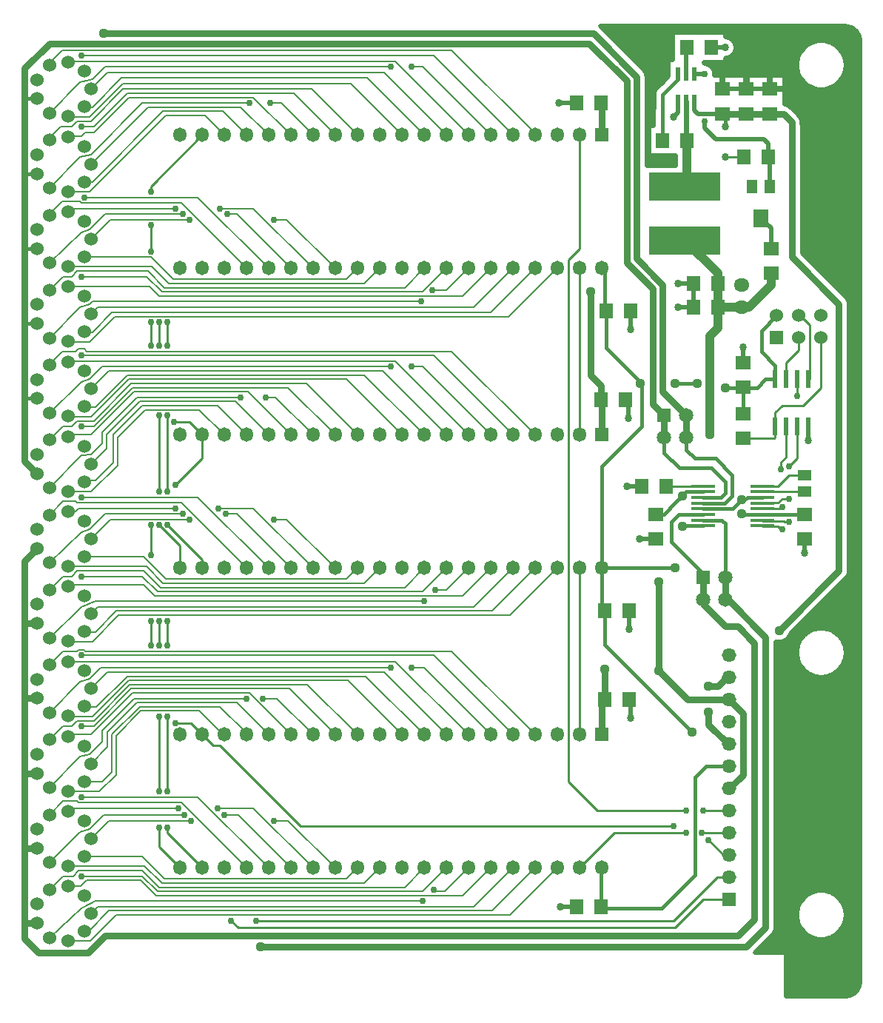
<source format=gbr>
G04 DipTrace 3.1.0.1*
G04 Panal-PCB-rev2-route-component2.Top.gbr*
%MOIN*%
G04 #@! TF.FileFunction,Copper,L1,Top*
G04 #@! TF.Part,Single*
G04 #@! TA.AperFunction,ViaPad*
%ADD14C,0.03*%
G04 #@! TA.AperFunction,CopperBalancing*
%ADD15C,0.02*%
G04 #@! TA.AperFunction,Conductor*
%ADD16C,0.016*%
%ADD17C,0.015748*%
%ADD18C,0.01*%
%ADD20C,0.022*%
%ADD21C,0.04*%
%ADD22C,0.008*%
%ADD23C,0.018*%
G04 #@! TA.AperFunction,CopperBalancing*
%ADD24C,0.025984*%
%ADD27R,0.062992X0.070866*%
%ADD28R,0.070866X0.062992*%
%ADD29R,0.059055X0.051181*%
G04 #@! TA.AperFunction,ComponentPad*
%ADD30R,0.06X0.06*%
%ADD31C,0.06*%
%ADD32O,0.065X0.06*%
%ADD33C,0.065*%
%ADD34R,0.059055X0.059055*%
%ADD35O,0.07X0.06*%
%ADD36R,0.322835X0.125984*%
%ADD38R,0.047244X0.059055*%
%ADD39R,0.066929X0.07874*%
G04 #@! TA.AperFunction,ComponentPad*
%ADD40O,0.06X0.065*%
%ADD42R,0.023622X0.062992*%
%ADD43R,0.110236X0.015748*%
%ADD44R,0.023622X0.07874*%
G04 #@! TA.AperFunction,ViaPad*
%ADD48C,0.034*%
%ADD49C,0.044*%
%FSLAX26Y26*%
G04*
G70*
G90*
G75*
G01*
G04 Top*
%LPD*%
X3614790Y1559396D2*
D14*
X3608538D1*
X3521039Y1646895D1*
Y1703146D1*
Y1821896D2*
X3564790D1*
X3602290Y1859396D1*
X3614790D1*
X3796039Y4399160D2*
X3689790D1*
X3583541D1*
D15*
X3475026D1*
X3458343Y4415844D1*
Y4453147D1*
X3596039Y4696896D2*
X3533541D1*
X3596039Y4340646D2*
D16*
Y4399160D1*
X3583541D1*
X3839790Y2071896D2*
D14*
X4107703Y2339810D1*
Y3541484D1*
X3896041Y3753147D1*
Y4359396D1*
X3858541Y4396896D1*
X3798303D1*
X3796039Y4399160D1*
X3614790Y1459396D2*
D16*
X3508541D1*
X3458541Y1409396D1*
Y971896D1*
X3308541Y821896D1*
X3043776D1*
X3037526Y828146D1*
Y1000882D1*
X3039790Y1003146D1*
X3060803Y3509396D2*
X3052290D1*
Y3690647D1*
X3039790Y3703147D1*
X3060803Y3509396D2*
Y3344633D1*
X3221039Y3184396D1*
Y2990646D1*
X3039790Y2809396D1*
Y2353146D1*
Y2174160D1*
X3054554Y2159396D1*
Y2007131D1*
X3446039Y1615646D1*
X3952290Y2594633D2*
X3827563D1*
D17*
Y2593944D1*
X3763756D1*
X3700638D1*
D16*
X3673992D1*
X3671039Y2596896D1*
X3677290Y3046896D2*
Y3167911D1*
X3821039Y3203244D2*
X3777388D1*
X3739790Y3165646D1*
X3679555D1*
X3677290Y3167911D1*
X3214790Y3184396D2*
X3221039D1*
X3371039D2*
X3471041D1*
X3596039Y3165646D2*
X3675025D1*
X3677290Y3167911D1*
X3821039Y3203244D2*
Y3265648D1*
X3758541Y3328147D1*
Y3421896D1*
X3827290Y3490646D1*
X3039790Y2353146D2*
X3371039D1*
Y2353147D1*
X3921039Y3128147D2*
D18*
Y3203244D1*
X3927290Y3490646D2*
X3933541D1*
X3977290Y3446896D1*
Y3203244D1*
X3971039D1*
X3677290Y2936660D2*
X3817054D1*
X3821039Y2940646D1*
Y2990646D1*
X4027290Y3390646D2*
Y3165647D1*
X3946039Y3084396D1*
X3852290D1*
X3821039Y3053146D1*
Y2990646D1*
X3871039Y3203244D2*
Y3278146D1*
X3927290Y3334396D1*
Y3390646D1*
X3763756Y2721896D2*
X3833541D1*
X3883541Y2771896D1*
X3952290D1*
X1139790Y1003146D2*
X1046039Y1096896D1*
Y1184396D1*
Y1346896D2*
Y1684394D1*
X1046037Y1684396D1*
Y2003146D2*
Y2115646D1*
X1046038D1*
X1139790Y2353146D2*
Y2453146D1*
X1046039Y2546896D1*
X1046041Y2696896D2*
Y3040647D1*
X1046042Y3353147D2*
Y3459396D1*
X1046041D1*
X3614790Y859396D2*
X3496039D1*
X3371039Y734396D1*
X1402289D1*
X1371039Y765646D1*
X2939790Y2953146D2*
Y3703147D1*
Y1603146D2*
Y2353146D1*
X3614790Y1159396D2*
X3489790D1*
X3421039D2*
X3096041D1*
X2939790Y1003146D1*
Y4303147D2*
Y3790646D1*
X2889790Y3740646D1*
Y1390646D1*
X3021039Y1259396D1*
X3421039D1*
X3496039D2*
X3614790D1*
X1483541Y765647D2*
X3364791D1*
X3558541Y959396D1*
X3614790D1*
X1239790Y1003146D2*
X1083541Y1159395D1*
Y1184396D1*
X1083542Y1346896D2*
Y1684396D1*
X1083539D1*
Y2003146D2*
Y2115646D1*
Y3459396D2*
Y3353147D1*
Y3040647D2*
Y2696896D1*
X1239790Y2353146D2*
Y2390646D1*
X1083539Y2546896D1*
X3496039Y2619534D2*
D16*
X3631178D1*
X3671041Y2659396D1*
X3683539D1*
X3696039Y2671896D1*
X3762575D1*
X3763756Y2670715D1*
X3171039Y1678147D2*
D15*
Y1753147D1*
X3164790Y1759396D1*
X2927290Y828146D2*
X2852290D1*
X3164790Y2159396D2*
Y2078147D1*
X3158541Y3028147D2*
Y3096895D1*
X3146039Y3109396D1*
X3171041Y3428147D2*
Y3509395D1*
X3171039Y3509396D1*
X2846039Y4446896D2*
X2927290D1*
X3796039Y4509396D2*
D18*
Y4578147D1*
Y4509396D2*
D15*
X3689790D1*
X3583541D1*
X3383539Y4453147D2*
Y4403146D1*
X3364790Y4384396D1*
X3596041Y4203147D2*
D18*
X3679554D1*
X3452290Y3528147D2*
D15*
Y3634396D1*
X3383541D2*
X3452290D1*
X3383541Y3528147D2*
X3452290D1*
X3221039Y2721896D2*
X3152290D1*
X3952290Y2484396D2*
Y2421896D1*
X3971039Y2928147D2*
Y2990646D1*
X3677290Y3278147D2*
Y3346896D1*
X3283541Y2484396D2*
X3208539D1*
X3689790Y4509396D2*
D14*
Y4578147D1*
X3763756Y2696306D2*
D18*
X3951503D1*
X3952290Y2697093D1*
X3852290Y2628147D2*
X3846039Y2621896D1*
X3766118D1*
X3763756Y2619534D1*
X3852290Y2528147D2*
X3846039D1*
X3833541Y2540646D1*
X3765361D1*
X3763362Y2542644D1*
X3871039Y2990646D2*
Y2853147D1*
X3846039Y2828147D1*
Y2796896D1*
X3883541Y2665646D2*
X3852290D1*
X3833541Y2646896D1*
X3765528D1*
X3763756Y2645125D1*
X3883541Y2559396D2*
X3864790D1*
X3858541Y2565646D1*
X3766385D1*
X3763756Y2568274D1*
X3921039Y2990646D2*
Y2846896D1*
X3883539Y2809396D1*
X3802289Y3790647D2*
D15*
Y3883408D1*
X3756669Y3929028D1*
X3614790Y1059396D2*
D18*
X3589791D1*
X3521041Y1128147D1*
X3364790Y1190646D2*
X1683541D1*
X1321039Y1553147D1*
X1289789D1*
X1239790Y1603146D1*
X1189789Y1653147D1*
X1121041D1*
X1008541Y2003147D2*
Y2115646D1*
X1008539D1*
X1008541Y2409396D2*
Y2546896D1*
X1121039Y2728146D2*
X1239790Y2846896D1*
Y2953146D1*
X1183539Y3009396D1*
X1114790D1*
X1008541Y3353146D2*
Y3459396D1*
X1008539D1*
Y3778146D2*
Y3896896D1*
Y4046896D2*
Y4071896D1*
X1239790Y4303147D1*
X3420941Y4453147D2*
D20*
Y4282232D1*
X3425026Y4278147D1*
D21*
Y4117909D1*
X3414790Y4107673D1*
Y4071896D1*
X3420941Y4579131D2*
D15*
Y4694533D1*
X3423304Y4696896D1*
X1339790Y1603146D2*
D22*
X1333541D1*
X1227290Y1709396D1*
X964790D1*
X852290Y1596896D1*
Y1421896D1*
X777290Y1346896D1*
X637790D1*
X635790Y1348896D1*
X1439790Y1603146D2*
Y1609396D1*
X1321039Y1728147D1*
X958541D1*
X833541Y1603147D1*
Y1434396D1*
X789790Y1390646D1*
X711041D1*
X709790Y1391896D1*
X1539790Y1603146D2*
X1396039Y1746896D1*
X946039D1*
X814790Y1615647D1*
Y1546896D1*
X739790Y1471896D1*
X1639790Y1603146D2*
X1452290Y1790646D1*
X927289D1*
X739790Y1603147D1*
X644041D1*
X635790Y1594896D1*
X1739790Y1603146D2*
X1577289Y1765647D1*
X1514790D1*
X1439790Y1765646D2*
X933539D1*
X789790Y1621896D1*
Y1571895D1*
X733542Y1515647D1*
X691041Y1503147D1*
X551790Y1363896D1*
X1839790Y1603146D2*
X1633539Y1809396D1*
X921041D1*
X752290Y1640646D1*
X696039D1*
X1939790Y1603146D2*
X1714789Y1828147D1*
X914791D1*
X752290Y1665646D1*
X677290D1*
X652290Y1640646D1*
X612539D1*
X551790Y1579896D1*
X1939790Y1003146D2*
X1889791Y953147D1*
X1071039D1*
X971039Y1053147D1*
X711039D1*
X709790Y1054396D1*
X1839790Y1003146D2*
X1627290Y1215646D1*
X1564790D1*
X1189790D2*
X821039D1*
X739790Y1134396D1*
X1739790Y1003146D2*
X1471039Y1271896D1*
X1308539D1*
X1133541D2*
X650290D1*
X635790Y1257396D1*
X1639790Y1003146D2*
X1402290Y1240646D1*
X1339790D1*
X1158541D2*
X796039D1*
X733541Y1178147D1*
X691041Y1165646D1*
X551790Y1026396D1*
X1539790Y1003146D2*
X1221039Y1321896D1*
X696039D1*
X1439790Y1003146D2*
X1146039Y1296896D1*
X683541D1*
X677290Y1303147D1*
X612541D1*
X551790Y1242396D1*
X635790Y1011396D2*
X981541D1*
X1058541Y934396D1*
X1971041D1*
X2039790Y1003146D1*
X635790Y673896D2*
X735541D1*
X852290Y790646D1*
X2627290D1*
X2839790Y1003146D1*
X709790Y716896D2*
X728539D1*
X821039Y809396D1*
X2546041D1*
X2739790Y1003146D1*
X2639790D2*
X2464791Y828147D1*
X771041D1*
X739790Y796896D1*
X635790Y919896D2*
X694039D1*
X721039Y946896D1*
X964790D1*
X1033539Y878147D1*
X2414791D1*
X2539790Y1003146D1*
X2439790D2*
X2333541Y896896D1*
X2289791D1*
X2283541Y903147D1*
X2233541Y853147D2*
X758542D1*
X696039Y821896D1*
X551790Y688896D1*
X696039Y965646D2*
X971041D1*
X1039790Y896896D1*
X2233541D1*
X2339790Y1003146D1*
X551790Y904896D2*
X554041D1*
X614790Y965646D1*
X658539D1*
X683541Y990647D1*
X971038D1*
X1046039Y915646D1*
X2152290D1*
X2239790Y1003146D1*
X2139790Y4303147D2*
X1908541Y4534396D1*
X883541D1*
X733541Y4384396D1*
X637790D1*
X635790Y4386396D1*
X2239790Y4303147D2*
X1983541Y4559396D1*
X877289D1*
X746039Y4428147D1*
X711039D1*
X709790Y4429396D1*
X2339790Y4303147D2*
X2058541Y4584396D1*
X814790D1*
X739790Y4509396D1*
X2439790Y4303147D2*
X2108541Y4634396D1*
X637790D1*
X635790Y4632396D1*
X2539790Y4303147D2*
X2233541Y4609396D1*
X2183541D1*
X2089790D2*
X802289D1*
X746038Y4553146D1*
X691039Y4540646D1*
X551790Y4401396D1*
X2639790Y4303147D2*
X2283541Y4659396D1*
X696039D1*
X2739790Y4303147D2*
Y4309396D1*
X2364790Y4684396D1*
X608541D1*
X552290Y4628146D1*
Y4617896D1*
X551790Y4617396D1*
X1339790Y4303147D2*
X1252291Y4390646D1*
X1077289D1*
X733539Y4046896D1*
X637790D1*
X635790Y4048896D1*
X1439790Y4303147D2*
X1333541Y4409396D1*
X1064790D1*
X746039Y4090646D1*
X711041D1*
X709790Y4091896D1*
X1539790Y4303147D2*
X1414790Y4428147D1*
X996041D1*
X739790Y4171896D1*
X1639790Y4303147D2*
X1471041Y4471896D1*
X908541D1*
X752290Y4315646D1*
X714789D1*
X696039Y4296896D1*
X637790D1*
X635790Y4294896D1*
X1739790Y4303147D2*
X1596041Y4446896D1*
X1546041D1*
X1452290D2*
X971041D1*
X739791Y4215647D1*
X691041Y4203147D1*
X551790Y4063896D1*
X1839790Y4303147D2*
X1652291Y4490646D1*
X902290D1*
X752290Y4340646D1*
X696039D1*
X1939790Y4303147D2*
X1733541Y4509396D1*
X883541D1*
X739790Y4365646D1*
X677290D1*
X652290Y4340646D1*
X602289D1*
X551790Y4290147D1*
Y4279896D1*
X1939790Y3703147D2*
X1889790Y3653147D1*
X1108541D1*
X1008541Y3753147D1*
X711039D1*
X709790Y3754396D1*
X1839790Y3703147D2*
X1621041Y3921896D1*
X1564790D1*
X1183541D2*
X827290D1*
X739790Y3834396D1*
X1739790Y3703147D2*
X1471041Y3971896D1*
X1321041D1*
X1121039D2*
X650290D1*
X635790Y3957396D1*
X1639790Y3703147D2*
X1396042Y3946895D1*
X1352290D1*
X1152290D2*
X802287D1*
X733538Y3878146D1*
X696039Y3865646D1*
X551790Y3726396D1*
X1539790Y3703147D2*
X1221041Y4021896D1*
X746041D1*
X708541D1*
X1439790Y3703147D2*
X1146041Y3996896D1*
X696041D1*
X689790Y4003147D1*
X608541D1*
X551790Y3946396D1*
Y3942396D1*
X2039790Y3703147D2*
X1971039Y3634396D1*
X1089790D1*
X1014790Y3709396D1*
X637790D1*
X635790Y3711396D1*
X2839790Y3703147D2*
X2621039Y3484396D1*
X846041D1*
X733541Y3371896D1*
X637790D1*
X635790Y3373896D1*
X2739790Y3703147D2*
X2539790Y3503147D1*
X833542D1*
X746041Y3415646D1*
X711041D1*
X709790Y3416896D1*
X2639790Y3703147D2*
X2464790Y3528147D1*
X771041D1*
X739790Y3496896D1*
X2539790Y3703147D2*
X2414789Y3578146D1*
X1046041D1*
X1002290Y3621896D1*
X637790D1*
X635790Y3619896D1*
X2439790Y3703147D2*
X2339790Y3603147D1*
X2277290D1*
X2227290Y3553147D2*
X746042D1*
X733542Y3540647D1*
X691041Y3528147D1*
X551790Y3388896D1*
X2339790Y3703147D2*
X2233539Y3596896D1*
X1058539D1*
X989789Y3665647D1*
X696039D1*
X2239790Y3703147D2*
X2152290Y3615647D1*
X1071039D1*
X996041Y3690646D1*
X677290D1*
X652290Y3665646D1*
X612539D1*
X551790Y3604896D1*
X2139790Y2953146D2*
X1889789Y3203147D1*
X908541D1*
X739790Y3034396D1*
X637790D1*
X635790Y3036396D1*
X2239790Y2953146D2*
X1971039Y3221896D1*
X902289D1*
X758539Y3078147D1*
X711039D1*
X709790Y3079396D1*
X2339790Y2953146D2*
X2052290Y3240646D1*
X821039D1*
X739790Y3159396D1*
X2439790Y2953146D2*
X2108539Y3284396D1*
X637790D1*
X635790Y3282396D1*
X2539790Y2953146D2*
X2233539Y3259396D1*
X2183539D1*
X2089790D2*
X789790D1*
X733539Y3203146D1*
X696039Y3190646D1*
X551790Y3051396D1*
X696039Y3309396D2*
X2283539D1*
X2639790Y2953146D1*
X2739790D2*
X2364789Y3328147D1*
X721039D1*
X708541Y3340646D1*
X683538D1*
X671039Y3328147D1*
X608541D1*
X551790Y3271396D1*
Y3267396D1*
X1339790Y2953146D2*
X1227290Y3065646D1*
X983539D1*
X858541Y2940647D1*
Y2815647D1*
X739790Y2696896D1*
X637790D1*
X635790Y2698896D1*
X1439790Y2953146D2*
X1308539Y3084396D1*
X971041D1*
X839790Y2953146D1*
Y2828146D1*
X758541Y2746896D1*
X714790D1*
X709790Y2741896D1*
X1539790Y2953146D2*
X1389789Y3103147D1*
X958541D1*
X808541Y2953147D1*
Y2890647D1*
X739790Y2821896D1*
X1639790Y2953146D2*
X1446039Y3146896D1*
X933539D1*
X739790Y2953147D1*
X644041D1*
X635790Y2944896D1*
X1739790Y2953146D2*
X1571039Y3121896D1*
X1527290D1*
X1414790D2*
X946039D1*
X789790Y2965647D1*
Y2915646D1*
X739790Y2865646D1*
X696041Y2859396D1*
X551790Y2713896D1*
X1839790Y2953146D2*
X1627290Y3165646D1*
X927289D1*
X752290Y2990647D1*
X696039D1*
X1939790Y2953146D2*
X1708539Y3184396D1*
X921039D1*
X752290Y3015647D1*
X677290D1*
X652290Y2990647D1*
X612541D1*
X551790Y2929896D1*
X1939790Y2353146D2*
X1889791Y2303147D1*
X1077290D1*
X977290Y2403147D1*
X711039D1*
X709790Y2404396D1*
X1839790Y2353146D2*
X1621039Y2571896D1*
X1564790D1*
X1183539D2*
X827290D1*
X739790Y2484396D1*
X635790Y2607396D2*
X669041D1*
X683541Y2621896D1*
X1121039D1*
X1314790D2*
X1471039D1*
X1739790Y2353146D1*
X1639790D2*
X1396039Y2596896D1*
X1346041D1*
X1152290D2*
X802290D1*
X733541Y2528147D1*
X696039Y2515647D1*
X551790Y2376396D1*
X696041Y2671896D2*
X1221039D1*
X1539790Y2353146D1*
X551790Y2592396D2*
X554039D1*
X614790Y2653147D1*
X671039D1*
X677290Y2646896D1*
X1146039D1*
X1439790Y2353146D1*
X2039790D2*
X1971041Y2284396D1*
X1064790D1*
X989790Y2359396D1*
X637790D1*
X635790Y2361396D1*
X2839790Y2353146D2*
X2627290Y2140646D1*
X864789D1*
X746039Y2021896D1*
X637790D1*
X635790Y2023896D1*
X2739790Y2353146D2*
X2546041Y2159396D1*
X852291D1*
X758541Y2065646D1*
X711041D1*
X709790Y2066896D1*
X2639790Y2353146D2*
X2464791Y2178147D1*
X771041D1*
X739790Y2146896D1*
X2539790Y2353146D2*
X2414791Y2228147D1*
X1027290D1*
X977290Y2278147D1*
X644041D1*
X635790Y2269896D1*
X2439790Y2353146D2*
X2339791Y2253147D1*
X2289790D1*
X2239790Y2203146D2*
X758538D1*
X696039Y2178147D1*
X551790Y2038896D1*
X2339790Y2353146D2*
X2233541Y2246896D1*
X1039789D1*
X971039Y2315646D1*
X696039D1*
X2239790Y2353146D2*
X2152290Y2265646D1*
X1052290D1*
X977290Y2340646D1*
X677290D1*
X652290Y2315646D1*
X612539D1*
X551790Y2254896D1*
X2139790Y1603146D2*
X1896039Y1846896D1*
X908539D1*
X746039Y1684396D1*
X637790D1*
X635790Y1686396D1*
X2239790Y1603146D2*
X1977290Y1865646D1*
X902289D1*
X764790Y1728147D1*
X711039D1*
X709790Y1729396D1*
X2339790Y1603146D2*
X2058539Y1884396D1*
X814790D1*
X739790Y1809396D1*
X635790Y1932396D2*
X2110539D1*
X2439790Y1603146D1*
X2539790D2*
X2239790Y1903146D1*
X2183541D1*
X2089790Y1903147D2*
X783541D1*
X733541Y1853147D1*
X691041Y1840646D1*
X551790Y1701396D1*
X2639790Y1603146D2*
X2283539Y1959396D1*
X696039D1*
X2739790Y1603146D2*
X2364789Y1978147D1*
X714790D1*
X708541Y1984396D1*
X683539D1*
X677290Y1978147D1*
X612541D1*
X551790Y1917396D1*
X3383539Y4579131D2*
D23*
Y4553146D1*
X3314790Y4484396D1*
Y4278147D1*
X3796039Y4071547D2*
D15*
Y4196898D1*
X3789790Y4203147D1*
X3502290Y4578147D2*
X3459327D1*
X3458343Y4579131D1*
X3502290Y4365646D2*
Y4334396D1*
X3552290Y4284396D1*
X3771039D1*
X3789790Y4265646D1*
Y4203147D1*
X3321039Y2940646D2*
D14*
Y3040646D1*
X3271039Y3090646D1*
Y3609398D1*
X3152290Y3728147D1*
Y4546896D1*
X2983541Y4715646D1*
X552290D1*
X439790Y4603146D1*
Y4466396D1*
Y4128896D1*
Y3791396D1*
Y3453896D1*
Y3116396D1*
Y2835896D1*
X496790Y2778896D1*
Y3453896D2*
D23*
X439790D1*
X496790Y3791396D2*
X439790D1*
X496790Y4128896D2*
X439790D1*
X496790Y4466396D2*
X439790D1*
X496790Y3116396D2*
X439790D1*
X3496039Y2670715D2*
D17*
X3560157D1*
D23*
X3576109D1*
X3596039Y2690646D1*
Y2740648D1*
X3533541Y2803147D1*
X3389789D1*
X3321039Y2871896D1*
Y2940646D1*
X3421039D2*
D14*
Y3040646D1*
X3314790Y3146895D1*
Y3628147D1*
X3196039Y3746898D1*
Y4565647D1*
X3002290Y4759396D1*
X796041D1*
X3496039Y2645125D2*
D17*
X3560157D1*
D23*
X3594268D1*
X3627290Y2678147D1*
Y2771896D1*
X3552290Y2846896D1*
X3458539D1*
X3421039Y2884396D1*
Y2940646D1*
X3496039Y2593944D2*
D17*
X3386837D1*
D23*
X3352290Y2559396D1*
Y2471896D1*
X3496039Y2328147D1*
Y2309396D1*
D14*
Y2209396D1*
Y2190646D1*
X3596039Y2090646D1*
X3652291D1*
X3727290Y2015647D1*
Y771896D1*
X3652290Y696896D1*
X802290D1*
X727290Y621896D1*
X502289D1*
X439790Y684395D1*
Y753896D1*
Y1091396D1*
Y1428896D1*
Y1766396D1*
Y2103896D1*
Y2384396D1*
X496790Y2441396D1*
Y2103896D2*
X439790D1*
X496790Y1766396D2*
X439790D1*
X496790Y1428896D2*
X439790D1*
X496790Y1091396D2*
X439790D1*
X496790Y753896D2*
X439790D1*
X3496047Y2568353D2*
D17*
X3560165D1*
D23*
X3580833D1*
X3596039Y2553147D1*
Y2309396D1*
D14*
Y2209396D1*
X3608541D1*
X3777290Y2040647D1*
Y734395D1*
X3689791Y646896D1*
X1502290D1*
X3496039Y2721896D2*
D18*
X3331276D1*
X3283541Y2594633D2*
D23*
X3318777D1*
X3374165Y2650021D1*
X3420450Y2696306D1*
X3431331D1*
D17*
X3496039D1*
X3402290Y2678147D2*
D23*
X3374165Y2650021D1*
X3496039Y2542762D2*
D17*
X3431921D1*
D23*
X3404407D1*
X3402290Y2540646D1*
X3414790Y3827802D2*
D21*
Y3803146D1*
X3562526Y3634396D2*
Y3528147D1*
X3671039D2*
X3562526D1*
X3527290Y2953146D2*
Y3396896D1*
X3564790Y3434396D1*
Y3525883D1*
X3562526Y3528147D1*
X3671039D2*
X3702290D1*
X3802289Y3628146D1*
Y3680411D1*
X3562526Y3634396D2*
Y3680066D1*
X3414790Y3827802D1*
X3046039Y1596896D2*
D23*
X3039790Y1603146D1*
D14*
Y1744633D1*
X3054554Y1759396D1*
X3614790Y1359396D2*
X3677290Y1421896D1*
Y1696896D1*
X3614790Y1759396D1*
X3039790Y2953146D2*
Y3105409D1*
X3035803Y3109396D1*
X3039790Y4303147D2*
Y4444633D1*
X3037526Y4446896D1*
X3614790Y1759396D2*
X3427289D1*
X3296039Y1890646D1*
X3052290Y1896896D2*
Y1761660D1*
X3054554Y1759396D1*
X3296039Y1890646D2*
Y2290646D1*
X3296041D1*
X2989790Y3596896D2*
Y3221896D1*
X3035803Y3175883D1*
Y3109396D1*
X696039Y4659396D3*
X2089790Y4609396D3*
X2183541D3*
X696039Y4340646D3*
X1452290Y4446896D3*
X1546041D3*
X708541Y4021896D3*
X1121039Y3971896D3*
X1321041D3*
X1152290Y3946895D3*
X1352290D3*
X1183541Y3921896D3*
X1564790D3*
X696039Y3665647D3*
X2277290Y3603147D3*
X2227290Y3553147D3*
X696039Y3309396D3*
X2089790Y3259396D3*
X2183539D3*
X696039Y2990647D3*
X1414790Y3121896D3*
X1527290D3*
X696041Y2671896D3*
X1121039Y2621896D3*
X1314790D3*
X1152290Y2596896D3*
X1346041D3*
X1183539Y2571896D3*
X1564790D3*
X696039Y2315646D3*
X2289790Y2253147D3*
X2239790Y2203146D3*
X696039Y1959396D3*
X2089790Y1903147D3*
X2183541Y1903146D3*
X696039Y1640646D3*
X1439790Y1765646D3*
X1514790Y1765647D3*
X696039Y1321896D3*
X1133541Y1271896D3*
X1158541Y1240646D3*
X1189790Y1215646D3*
X1308539Y1271896D3*
X1339790Y1240646D3*
X1564790Y1215646D3*
X696039Y965646D3*
X2283541Y903147D3*
X2233541Y853147D3*
X1483541Y765647D3*
X1371039Y765646D3*
X3489790Y1159396D3*
X3421039D3*
X3521041Y1128147D3*
X3364790Y1190646D3*
X1046039Y1184396D3*
X1083541D3*
X1046039Y1346896D3*
X1083542D3*
X1046037Y1684396D3*
X1083539D3*
X1046037Y2003146D3*
X1083539D3*
X1046038Y2115646D3*
X1083539D3*
X1046039Y2546896D3*
X1083539D3*
X1046041Y2696896D3*
X1083539D3*
X1046041Y3040647D3*
X1083539D3*
X1046041Y3459396D3*
X1083539D3*
X1046042Y3353147D3*
X1083539D3*
X1121041Y1653147D3*
X1008539Y2115646D3*
X1008541Y2003147D3*
Y2409396D3*
Y2546896D3*
X1121039Y2728146D3*
X1114790Y3009396D3*
D48*
X3689790Y4578147D3*
D14*
X1008541Y3353146D3*
X1008539Y3459396D3*
Y3778146D3*
Y3896896D3*
Y4046896D3*
X3421039Y1259396D3*
X3496039D3*
D49*
X796041Y4759396D3*
X1502290Y646896D3*
X3402290Y2678147D3*
Y2540646D3*
X3671041Y2659396D3*
X3446039Y1615646D3*
D14*
X3846039Y2796896D3*
X3883539Y2809396D3*
X3852290Y2628147D3*
X3883541Y2665646D3*
Y2559396D3*
X3852290Y2528147D3*
D49*
X3671039Y2596896D3*
X3521039Y1821896D3*
Y1703146D3*
D48*
X3171039Y1678147D3*
X2852290Y828146D3*
X3164790Y2078147D3*
X3158541Y3028147D3*
X3171041Y3428147D3*
X2846039Y4446896D3*
X3596039Y4340646D3*
Y4696896D3*
D49*
X3527290Y2953146D3*
D14*
X3502290Y4578147D3*
Y4365646D3*
D48*
X3796039Y4578147D3*
X3364790Y4384396D3*
X3596041Y4203147D3*
X3383541Y3634396D3*
Y3528147D3*
X3152290Y2721896D3*
X3952290Y2421896D3*
D49*
X3214790Y3184396D3*
X3371039D3*
X3471041D3*
X3596039Y3165646D3*
D14*
X3921039Y3128147D3*
D48*
X3971039Y2928147D3*
X3677290Y3346896D3*
D49*
X3839790Y2071896D3*
D48*
X3208539Y2484396D3*
D49*
X3371039Y2353147D3*
X3052290Y1896896D3*
X3296039Y1890646D3*
X3296041Y2290646D3*
X2989790Y3596896D3*
X3055160Y4773281D2*
D15*
X4180328D1*
X3075041Y4753412D2*
X3359010D1*
X3597837D2*
X4194180D1*
X3094920Y4733543D2*
X3359010D1*
X3628734D2*
X4199921D1*
X3114801Y4713675D2*
X3359010D1*
X3642799D2*
X3973025D1*
X4084929D2*
X4200602D1*
X3134644Y4693806D2*
X3359010D1*
X3645743D2*
X3947404D1*
X4110550D2*
X4200602D1*
X3154524Y4673937D2*
X3359010D1*
X3639965D2*
X3932297D1*
X4125622D2*
X4200602D1*
X3174403Y4654068D2*
X3359010D1*
X3619260D2*
X3923038D1*
X4134916D2*
X4200602D1*
X3194248Y4634199D2*
X3338916D1*
X3597837D2*
X3918087D1*
X4139832D2*
X4200602D1*
X3214127Y4614331D2*
X3338916D1*
X3532385D2*
X3916866D1*
X4141051D2*
X4200602D1*
X3233648Y4594462D2*
X3338916D1*
X3547097D2*
X3919307D1*
X4138612D2*
X4200602D1*
X3242942Y4574593D2*
X3338916D1*
X3549967D2*
X3925587D1*
X4132332D2*
X4200602D1*
X3243840Y4554724D2*
X3326823D1*
X3864277D2*
X3936602D1*
X4121352D2*
X4200602D1*
X3243840Y4534856D2*
X3306979D1*
X3864277D2*
X3954365D1*
X4103552D2*
X4200602D1*
X3243840Y4514987D2*
X3287098D1*
X3864277D2*
X3987127D1*
X4070790D2*
X4200602D1*
X3243840Y4495118D2*
X3274467D1*
X3864277D2*
X4200602D1*
X3243840Y4475249D2*
X3272996D1*
X3864277D2*
X4200602D1*
X3243840Y4455381D2*
X3272996D1*
X3864277D2*
X4200602D1*
X3243840Y4435512D2*
X3272996D1*
X3885161D2*
X4200602D1*
X3243840Y4415643D2*
X3272996D1*
X3906549D2*
X4200602D1*
X3243840Y4395774D2*
X3272996D1*
X3926428D2*
X4200602D1*
X3243840Y4375906D2*
X3272996D1*
X3940747D2*
X4200602D1*
X3243840Y4356037D2*
X3272996D1*
X3943832D2*
X4200602D1*
X3943832Y4336168D2*
X4200602D1*
X3943832Y4316299D2*
X4200602D1*
X3943832Y4296430D2*
X4200602D1*
X3943832Y4276562D2*
X4200602D1*
X3943832Y4256693D2*
X4200602D1*
X3943832Y4236824D2*
X4200602D1*
X3943832Y4216955D2*
X4200602D1*
X3243840Y4197087D2*
X3372217D1*
X3943832D2*
X4200602D1*
X3243840Y4177218D2*
X3372217D1*
X3943832D2*
X4200602D1*
X3943832Y4157349D2*
X4200602D1*
X3943832Y4137480D2*
X4200602D1*
X3943832Y4117612D2*
X4200602D1*
X3943832Y4097743D2*
X4200602D1*
X3943832Y4077874D2*
X4200602D1*
X3943832Y4058005D2*
X4200602D1*
X3943832Y4038136D2*
X4200602D1*
X3943832Y4018268D2*
X4200602D1*
X3943832Y3998399D2*
X4200602D1*
X3943832Y3978530D2*
X4200602D1*
X3943832Y3958661D2*
X4200602D1*
X3943832Y3938793D2*
X4200602D1*
X3943832Y3918924D2*
X4200602D1*
X3943832Y3899055D2*
X4200602D1*
X3943832Y3879186D2*
X4200602D1*
X3943832Y3859318D2*
X4200602D1*
X3943832Y3839449D2*
X4200602D1*
X3943832Y3819580D2*
X4200602D1*
X3943832Y3799711D2*
X4200602D1*
X3943832Y3779843D2*
X4200602D1*
X3955997Y3759974D2*
X4200602D1*
X3975841Y3740105D2*
X4200602D1*
X3995720Y3720236D2*
X4200602D1*
X4015601Y3700367D2*
X4200602D1*
X4035445Y3680499D2*
X4200602D1*
X4055324Y3660630D2*
X4200602D1*
X4075205Y3640761D2*
X4200602D1*
X4095084Y3620892D2*
X4200602D1*
X4114928Y3601024D2*
X4200602D1*
X4134808Y3581155D2*
X4200602D1*
X4150992Y3561286D2*
X4200602D1*
X4155513Y3541417D2*
X4200602D1*
X4155513Y3521549D2*
X4200602D1*
X4155513Y3501680D2*
X4200602D1*
X4155513Y3481811D2*
X4200602D1*
X4155513Y3461942D2*
X4200602D1*
X4155513Y3442073D2*
X4200602D1*
X4155513Y3422205D2*
X4200602D1*
X4155513Y3402336D2*
X4200602D1*
X4155513Y3382467D2*
X4200602D1*
X4155513Y3362598D2*
X4200602D1*
X4155513Y3342730D2*
X4200602D1*
X4155513Y3322861D2*
X4200602D1*
X4155513Y3302992D2*
X4200602D1*
X4155513Y3283123D2*
X4200602D1*
X4155513Y3263255D2*
X4200602D1*
X4155513Y3243386D2*
X4200602D1*
X4155513Y3223517D2*
X4200602D1*
X4155513Y3203648D2*
X4200602D1*
X4155513Y3183780D2*
X4200602D1*
X4155513Y3163911D2*
X4200602D1*
X4155513Y3144042D2*
X4200602D1*
X4155513Y3124173D2*
X4200602D1*
X4155513Y3104304D2*
X4200602D1*
X4155513Y3084436D2*
X4200602D1*
X4155513Y3064567D2*
X4200602D1*
X4155513Y3044698D2*
X4200602D1*
X4155513Y3024829D2*
X4200602D1*
X4155513Y3004961D2*
X4200602D1*
X4155513Y2985092D2*
X4200602D1*
X4155513Y2965223D2*
X4200602D1*
X4155513Y2945354D2*
X4200602D1*
X4155513Y2925486D2*
X4200602D1*
X4155513Y2905617D2*
X4200602D1*
X4155513Y2885748D2*
X4200602D1*
X4155513Y2865879D2*
X4200602D1*
X4155513Y2846010D2*
X4200602D1*
X4155513Y2826142D2*
X4200602D1*
X4155513Y2806273D2*
X4200602D1*
X4155513Y2786404D2*
X4200602D1*
X4155513Y2766535D2*
X4200602D1*
X4155513Y2746667D2*
X4200602D1*
X4155513Y2726798D2*
X4200602D1*
X4155513Y2706929D2*
X4200602D1*
X4155513Y2687060D2*
X4200602D1*
X4155513Y2667192D2*
X4200602D1*
X4155513Y2647323D2*
X4200602D1*
X4155513Y2627454D2*
X4200602D1*
X4155513Y2607585D2*
X4200602D1*
X4155513Y2587717D2*
X4200602D1*
X4155513Y2567848D2*
X4200602D1*
X4155513Y2547979D2*
X4200602D1*
X4155513Y2528110D2*
X4200602D1*
X4155513Y2508241D2*
X4200602D1*
X4155513Y2488373D2*
X4200602D1*
X4155513Y2468504D2*
X4200602D1*
X4155513Y2448635D2*
X4200602D1*
X4155513Y2428766D2*
X4200602D1*
X4155513Y2408898D2*
X4200602D1*
X4155513Y2389029D2*
X4200602D1*
X4155513Y2369160D2*
X4200602D1*
X4155513Y2349291D2*
X4200602D1*
X4154293Y2329423D2*
X4200602D1*
X4144102Y2309554D2*
X4200602D1*
X4124366Y2289685D2*
X4200602D1*
X4104486Y2269816D2*
X4200602D1*
X4084606Y2249948D2*
X4200602D1*
X4064726Y2230079D2*
X4200602D1*
X4044882Y2210210D2*
X4200602D1*
X4025003Y2190341D2*
X4200602D1*
X4005122Y2170472D2*
X4200602D1*
X3985278Y2150604D2*
X4200602D1*
X3965399Y2130735D2*
X4200602D1*
X3945518Y2110866D2*
X4200602D1*
X3925675Y2090997D2*
X4200602D1*
X3905795Y2071129D2*
X3978982D1*
X4078936D2*
X4200602D1*
X3890400Y2051260D2*
X3950490D1*
X4107428D2*
X4200602D1*
X3875652Y2031391D2*
X3934235D1*
X4123719D2*
X4200602D1*
X3825092Y2011522D2*
X3924186D1*
X4133768D2*
X4200602D1*
X3825092Y1991654D2*
X3918589D1*
X4139329D2*
X4200602D1*
X3825092Y1971785D2*
X3916831D1*
X4141088D2*
X4200602D1*
X3825092Y1951916D2*
X3918660D1*
X4139257D2*
X4200602D1*
X3825092Y1932047D2*
X3924331D1*
X4133588D2*
X4200602D1*
X3825092Y1912178D2*
X3934486D1*
X4123433D2*
X4200602D1*
X3825092Y1892310D2*
X3950957D1*
X4106997D2*
X4200602D1*
X3825092Y1872441D2*
X3979879D1*
X4078075D2*
X4200602D1*
X3825092Y1852572D2*
X4200602D1*
X3825092Y1832703D2*
X4200602D1*
X3825092Y1812835D2*
X4200602D1*
X3825092Y1792966D2*
X4200602D1*
X3825092Y1773097D2*
X4200602D1*
X3825092Y1753228D2*
X4200602D1*
X3825092Y1733360D2*
X4200602D1*
X3825092Y1713491D2*
X4200602D1*
X3825092Y1693622D2*
X4200602D1*
X3825092Y1673753D2*
X4200602D1*
X3825092Y1653885D2*
X4200602D1*
X3825092Y1634016D2*
X4200602D1*
X3825092Y1614147D2*
X4200602D1*
X3825092Y1594278D2*
X4200602D1*
X3825092Y1574409D2*
X4200602D1*
X3825092Y1554541D2*
X4200602D1*
X3825092Y1534672D2*
X4200602D1*
X3825092Y1514803D2*
X4200602D1*
X3825092Y1494934D2*
X4200602D1*
X3825092Y1475066D2*
X4200602D1*
X3825092Y1455197D2*
X4200602D1*
X3825092Y1435328D2*
X4200602D1*
X3825092Y1415459D2*
X4200602D1*
X3825092Y1395591D2*
X4200602D1*
X3825092Y1375722D2*
X4200602D1*
X3825092Y1355853D2*
X4200602D1*
X3825092Y1335984D2*
X4200602D1*
X3825092Y1316115D2*
X4200602D1*
X3825092Y1296247D2*
X4200602D1*
X3825092Y1276378D2*
X4200602D1*
X3825092Y1256509D2*
X4200602D1*
X3825092Y1236640D2*
X4200602D1*
X3825092Y1216772D2*
X4200602D1*
X3825092Y1196903D2*
X4200602D1*
X3825092Y1177034D2*
X4200602D1*
X3825092Y1157165D2*
X4200602D1*
X3825092Y1137297D2*
X4200602D1*
X3825092Y1117428D2*
X4200602D1*
X3825092Y1097559D2*
X4200602D1*
X3825092Y1077690D2*
X4200602D1*
X3825092Y1057822D2*
X4200602D1*
X3825092Y1037953D2*
X4200602D1*
X3825092Y1018084D2*
X4200602D1*
X3825092Y998215D2*
X4200602D1*
X3825092Y978346D2*
X4200602D1*
X3825092Y958478D2*
X4200602D1*
X3825092Y938609D2*
X4200602D1*
X3825092Y918740D2*
X4200602D1*
X3825092Y898871D2*
X4005285D1*
X4052633D2*
X4200602D1*
X3825092Y879003D2*
X3960896D1*
X4097022D2*
X4200602D1*
X3825092Y859134D2*
X3940514D1*
X4117404D2*
X4200602D1*
X3825092Y839265D2*
X3928026D1*
X4129892D2*
X4200602D1*
X3825092Y819396D2*
X3920598D1*
X4137356D2*
X4200602D1*
X3825092Y799528D2*
X3917154D1*
X4140765D2*
X4200602D1*
X3825092Y779659D2*
X3917404D1*
X4140513D2*
X4200602D1*
X3825092Y759790D2*
X3921316D1*
X4136602D2*
X4200602D1*
X3825092Y739921D2*
X3929354D1*
X4128600D2*
X4200602D1*
X3822795Y720052D2*
X3942631D1*
X4115287D2*
X4200602D1*
X3809841Y700184D2*
X3964521D1*
X4093433D2*
X4200602D1*
X3789997Y680315D2*
X4200602D1*
X3770117Y660446D2*
X4200602D1*
X3750238Y640577D2*
X4200602D1*
X3870987Y620709D2*
X4200602D1*
X3870987Y600840D2*
X4200602D1*
X3870987Y580971D2*
X4200602D1*
X3870987Y561102D2*
X4200602D1*
X3870987Y541234D2*
X4200602D1*
X3870987Y521365D2*
X4200602D1*
X3870987Y501496D2*
X4200602D1*
X3870987Y481627D2*
X4199634D1*
X3870987Y461759D2*
X4193210D1*
X3870987Y441890D2*
X4178139D1*
X3261681Y4344379D2*
X3274993D1*
X3275113Y4487518D1*
X3276089Y4493688D1*
X3278020Y4499627D1*
X3280854Y4505192D1*
X3284526Y4510244D1*
X3312630Y4538522D1*
X3340923Y4566814D1*
X3340928Y4641428D1*
X3360988D1*
X3361009Y4763129D1*
X3595837D1*
X3596039Y4744697D1*
X3603517Y4744108D1*
X3610811Y4742357D1*
X3617740Y4739487D1*
X3624135Y4735567D1*
X3629839Y4730696D1*
X3634710Y4724992D1*
X3638630Y4718597D1*
X3641500Y4711668D1*
X3643251Y4704374D1*
X3643840Y4696896D1*
X3643251Y4689419D1*
X3641500Y4682125D1*
X3638630Y4675196D1*
X3634710Y4668801D1*
X3629839Y4663097D1*
X3624135Y4658226D1*
X3617740Y4654306D1*
X3610811Y4651436D1*
X3603517Y4649685D1*
X3595849Y4649104D1*
X3595837Y4630663D1*
X3500924D1*
X3502290Y4623948D1*
X3509455Y4623383D1*
X3516444Y4621705D1*
X3523083Y4618955D1*
X3529210Y4615199D1*
X3534676Y4610533D1*
X3539343Y4605067D1*
X3543098Y4598940D1*
X3545848Y4592301D1*
X3547526Y4585312D1*
X3548091Y4578147D1*
X3547610Y4571694D1*
X3862273Y4571693D1*
Y4442545D1*
X3869232Y4441430D1*
X3876068Y4439210D1*
X3882471Y4435948D1*
X3888285Y4431723D1*
X3910413Y4409795D1*
X3930867Y4389140D1*
X3935092Y4383327D1*
X3938354Y4376924D1*
X3940575Y4370088D1*
X3941699Y4362990D1*
X3941841Y4331837D1*
Y3772152D1*
X4142530Y3571230D1*
X4146755Y3565415D1*
X4150017Y3559012D1*
X4152238Y3552176D1*
X4153362Y3545077D1*
X4153504Y3513925D1*
X4153362Y2336217D1*
X4152238Y2329118D1*
X4150017Y2322282D1*
X4146755Y2315879D1*
X4142530Y2310064D1*
X4120602Y2287937D1*
X3890739Y2058075D1*
X3888571Y2051690D1*
X3884810Y2044308D1*
X3879940Y2037605D1*
X3874081Y2031747D1*
X3867378Y2026877D1*
X3859996Y2023115D1*
X3852115Y2020555D1*
X3843933Y2019259D1*
X3835647D1*
X3827465Y2020555D1*
X3823094Y2021820D1*
X3822949Y730802D1*
X3821824Y723703D1*
X3819604Y716867D1*
X3816341Y710465D1*
X3812117Y704651D1*
X3790189Y682522D1*
X3728656Y620991D1*
X3860541Y620861D1*
X3863516Y619894D1*
X3866047Y618055D1*
X3867886Y615524D1*
X3868853Y612549D1*
X3868976Y592612D1*
Y423992D1*
X4136465Y424164D1*
X4143437Y424759D1*
X4150228Y426080D1*
X4158269Y428510D1*
X4164098Y431016D1*
X4169954Y434234D1*
X4175487Y438021D1*
X4180621Y442332D1*
X4185316Y447135D1*
X4189499Y452350D1*
X4193167Y458001D1*
X4196277Y463969D1*
X4198731Y470110D1*
X4200619Y476598D1*
X4201856Y483177D1*
X4202450Y490150D1*
X4202598Y506118D1*
X4202450Y4727016D1*
X4201856Y4733988D1*
X4200619Y4740567D1*
X4198731Y4747055D1*
X4196266Y4753220D1*
X4193155Y4759192D1*
X4189501Y4764812D1*
X4185325Y4770021D1*
X4180655Y4774785D1*
X4175455Y4779144D1*
X4169950Y4782924D1*
X4164049Y4786161D1*
X4157962Y4788768D1*
X4151543Y4790786D1*
X4144958Y4792181D1*
X4138100Y4792921D1*
X4124497Y4793150D1*
X3033252D1*
X3228425Y4598033D1*
X3233092Y4592567D1*
X3236848Y4586440D1*
X3239597Y4579801D1*
X3241276Y4572812D1*
X3241839Y4565633D1*
X3241840Y4165718D1*
X3374256Y4165688D1*
X3374226Y4211890D1*
X3252495Y4211913D1*
Y4344379D1*
X3261681D1*
X4138755Y1963354D2*
X4137739Y1954766D1*
X4136051Y1946285D1*
X4133705Y1937962D1*
X4130711Y1929849D1*
X4127091Y1921996D1*
X4122866Y1914451D1*
X4118062Y1907261D1*
X4112707Y1900470D1*
X4106837Y1894121D1*
X4100488Y1888251D1*
X4093697Y1882896D1*
X4086507Y1878092D1*
X4078962Y1873867D1*
X4071109Y1870247D1*
X4062996Y1867253D1*
X4054673Y1864907D1*
X4046192Y1863219D1*
X4037604Y1862203D1*
X4028963Y1861864D1*
X4020323Y1862203D1*
X4011735Y1863219D1*
X4003253Y1864907D1*
X3994930Y1867253D1*
X3986818Y1870247D1*
X3978965Y1873867D1*
X3971420Y1878092D1*
X3964230Y1882896D1*
X3957438Y1888251D1*
X3951089Y1894121D1*
X3945219Y1900470D1*
X3939865Y1907261D1*
X3935060Y1914451D1*
X3930836Y1921996D1*
X3927215Y1929849D1*
X3924222Y1937962D1*
X3921875Y1946285D1*
X3920188Y1954766D1*
X3919172Y1963354D1*
X3918832Y1971995D1*
X3919172Y1980635D1*
X3920188Y1989223D1*
X3921875Y1997705D1*
X3924222Y2006028D1*
X3927215Y2014140D1*
X3930836Y2021993D1*
X3935060Y2029538D1*
X3939865Y2036728D1*
X3945219Y2043520D1*
X3951089Y2049869D1*
X3957438Y2055739D1*
X3964230Y2061093D1*
X3971420Y2065898D1*
X3978965Y2070122D1*
X3986818Y2073743D1*
X3994930Y2076736D1*
X4003253Y2079083D1*
X4011735Y2080770D1*
X4020323Y2081786D1*
X4028963Y2082126D1*
X4037604Y2081786D1*
X4046192Y2080770D1*
X4054673Y2079083D1*
X4062996Y2076736D1*
X4071109Y2073743D1*
X4078962Y2070122D1*
X4086507Y2065898D1*
X4093697Y2061093D1*
X4100488Y2055739D1*
X4106837Y2049869D1*
X4112707Y2043520D1*
X4118062Y2036728D1*
X4122866Y2029538D1*
X4127091Y2021993D1*
X4130711Y2014140D1*
X4133705Y2006028D1*
X4136051Y1997705D1*
X4137739Y1989223D1*
X4138755Y1980635D1*
X4139094Y1971995D1*
X4138755Y1963354D1*
Y782252D2*
X4137739Y773664D1*
X4136051Y765182D1*
X4133705Y756860D1*
X4130711Y748747D1*
X4127091Y740894D1*
X4122866Y733349D1*
X4118062Y726159D1*
X4112707Y719367D1*
X4106837Y713018D1*
X4100488Y707148D1*
X4093697Y701794D1*
X4086507Y696990D1*
X4078962Y692765D1*
X4071109Y689144D1*
X4062996Y686151D1*
X4054673Y683804D1*
X4046192Y682117D1*
X4037604Y681101D1*
X4028963Y680761D1*
X4020323Y681101D1*
X4011735Y682117D1*
X4003253Y683804D1*
X3994930Y686151D1*
X3986818Y689144D1*
X3978965Y692765D1*
X3971420Y696990D1*
X3964230Y701794D1*
X3957438Y707148D1*
X3951089Y713018D1*
X3945219Y719367D1*
X3939865Y726159D1*
X3935060Y733349D1*
X3930836Y740894D1*
X3927215Y748747D1*
X3924222Y756860D1*
X3921875Y765182D1*
X3920188Y773664D1*
X3919172Y782252D1*
X3918832Y790892D1*
X3919172Y799533D1*
X3920188Y808121D1*
X3921875Y816602D1*
X3924222Y824925D1*
X3927215Y833038D1*
X3930836Y840891D1*
X3935060Y848436D1*
X3939865Y855626D1*
X3945219Y862417D1*
X3951089Y868766D1*
X3957438Y874636D1*
X3964230Y879991D1*
X3971420Y884795D1*
X3978965Y889020D1*
X3986818Y892640D1*
X3994930Y895634D1*
X4003253Y897980D1*
X4011735Y899668D1*
X4020323Y900684D1*
X4028963Y901024D1*
X4037604Y900684D1*
X4046192Y899668D1*
X4054673Y897980D1*
X4062996Y895634D1*
X4071109Y892640D1*
X4078962Y889020D1*
X4086507Y884795D1*
X4093697Y879991D1*
X4100488Y874636D1*
X4106837Y868766D1*
X4112707Y862417D1*
X4118062Y855626D1*
X4122866Y848436D1*
X4127091Y840891D1*
X4130711Y833038D1*
X4133705Y824925D1*
X4136051Y816602D1*
X4137739Y808121D1*
X4138755Y799533D1*
X4139094Y790892D1*
X4138755Y782252D1*
Y4609024D2*
X4137739Y4600436D1*
X4136051Y4591954D1*
X4133705Y4583631D1*
X4130711Y4575518D1*
X4127091Y4567665D1*
X4122866Y4560121D1*
X4118062Y4552930D1*
X4112707Y4546139D1*
X4106837Y4539790D1*
X4100488Y4533920D1*
X4093697Y4528566D1*
X4086507Y4523761D1*
X4078962Y4519537D1*
X4071109Y4515916D1*
X4062996Y4512923D1*
X4054673Y4510576D1*
X4046192Y4508888D1*
X4037604Y4507873D1*
X4028963Y4507533D1*
X4020323Y4507873D1*
X4011735Y4508888D1*
X4003253Y4510576D1*
X3994930Y4512923D1*
X3986818Y4515916D1*
X3978965Y4519537D1*
X3971420Y4523761D1*
X3964230Y4528566D1*
X3957438Y4533920D1*
X3951089Y4539790D1*
X3945219Y4546139D1*
X3939865Y4552930D1*
X3935060Y4560121D1*
X3930836Y4567665D1*
X3927215Y4575518D1*
X3924222Y4583631D1*
X3921875Y4591954D1*
X3920188Y4600436D1*
X3919172Y4609024D1*
X3918832Y4617664D1*
X3919172Y4626304D1*
X3920188Y4634892D1*
X3921875Y4643374D1*
X3924222Y4651697D1*
X3927215Y4659810D1*
X3930836Y4667663D1*
X3935060Y4675207D1*
X3939865Y4682398D1*
X3945219Y4689189D1*
X3951089Y4695538D1*
X3957438Y4701408D1*
X3964230Y4706762D1*
X3971420Y4711567D1*
X3978965Y4715791D1*
X3986818Y4719412D1*
X3994930Y4722406D1*
X4003253Y4724752D1*
X4011735Y4726440D1*
X4020323Y4727455D1*
X4028963Y4727795D1*
X4037604Y4727455D1*
X4046192Y4726440D1*
X4054673Y4724752D1*
X4062996Y4722406D1*
X4071109Y4719412D1*
X4078962Y4715791D1*
X4086507Y4711567D1*
X4093697Y4706762D1*
X4100488Y4701408D1*
X4106837Y4695538D1*
X4112707Y4689189D1*
X4118062Y4682398D1*
X4122866Y4675207D1*
X4127091Y4667663D1*
X4130711Y4659810D1*
X4133705Y4651697D1*
X4136051Y4643374D1*
X4137739Y4634892D1*
X4138755Y4626304D1*
X4139094Y4617664D1*
X4138755Y4609024D1*
X3583541Y4571656D2*
D24*
Y4509396D1*
X3689790Y4571656D2*
Y4509396D1*
X3796039Y4571656D2*
Y4509396D1*
X3862236D1*
D27*
X2927290Y828146D3*
X3037526D3*
X3164790Y1759396D3*
X3054554D3*
X3164790Y2159396D3*
X3054554D3*
X3146039Y3109396D3*
X3035803D3*
X3171039Y3509396D3*
X3060803D3*
X2927290Y4446896D3*
X3037526D3*
D28*
X3677290Y3278147D3*
Y3167911D3*
D27*
X3425026Y4278147D3*
X3314790D3*
X3452290Y3634396D3*
X3562526D3*
X3452290Y3528147D3*
X3562526D3*
D28*
X3583541Y4509396D3*
Y4399160D3*
X3689790Y4509396D3*
Y4399160D3*
X3796039Y4509396D3*
Y4399160D3*
X3952290Y2484396D3*
Y2594633D3*
X3283541Y2484396D3*
Y2594633D3*
D27*
X3221039Y2721896D3*
X3331276D3*
D29*
X3952290Y2771896D3*
Y2697093D3*
D30*
X3827290Y3390646D3*
D31*
Y3490646D3*
X3927290Y3390646D3*
Y3490646D3*
X4027290Y3390646D3*
Y3490646D3*
D30*
X3614790Y859396D3*
D32*
Y959396D3*
Y1059396D3*
Y1159396D3*
Y1259396D3*
Y1359396D3*
Y1459396D3*
Y1659396D3*
Y1759396D3*
Y1859396D3*
Y1959396D3*
Y1559396D3*
D33*
X3321039Y2940646D3*
X3421039D3*
D34*
X3321039Y3040646D3*
D33*
X3421039D3*
X3496039Y2209396D3*
X3596039D3*
D34*
X3496039Y2309396D3*
D33*
X3596039D3*
D35*
X3671039Y3528147D3*
Y3628147D3*
D36*
X3414790Y4071896D3*
Y3827802D3*
D28*
X3802289Y3790647D3*
Y3680411D3*
D38*
X3796039Y4071547D3*
D39*
X3756669Y3929028D3*
D38*
X3717299Y4071508D3*
D27*
X3789790Y4203147D3*
X3679554D3*
X3533541Y4696896D3*
X3423304D3*
D28*
X3677290Y3046896D3*
Y2936660D3*
D34*
X3039790Y4303147D3*
D40*
X2939790D3*
X2839790D3*
X2739790D3*
X2639790D3*
X2539790D3*
X2439790D3*
X2339790D3*
X2239790D3*
X2139790D3*
X2039790D3*
X1939790D3*
X1839790D3*
X1739790D3*
X1639790D3*
X1539790D3*
X1439790D3*
X1339790D3*
X1239790D3*
X1139790D3*
Y3703147D3*
X1239790D3*
X1339790D3*
X1439790D3*
X1539790D3*
X1639790D3*
X1739790D3*
X1839790D3*
X1939790D3*
X2039790D3*
X2139790D3*
X2239790D3*
X2339790D3*
X2439790D3*
X2539790D3*
X2639790D3*
X2739790D3*
X2839790D3*
X2939790D3*
X3039790D3*
D34*
Y2953146D3*
D40*
X2939790D3*
X2839790D3*
X2739790D3*
X2639790D3*
X2539790D3*
X2439790D3*
X2339790D3*
X2239790D3*
X2139790D3*
X2039790D3*
X1939790D3*
X1839790D3*
X1739790D3*
X1639790D3*
X1539790D3*
X1439790D3*
X1339790D3*
X1239790D3*
X1139790D3*
Y2353146D3*
X1239790D3*
X1339790D3*
X1439790D3*
X1539790D3*
X1639790D3*
X1739790D3*
X1839790D3*
X1939790D3*
X2039790D3*
X2139790D3*
X2239790D3*
X2339790D3*
X2439790D3*
X2539790D3*
X2639790D3*
X2739790D3*
X2839790D3*
X2939790D3*
X3039790D3*
D34*
Y1603146D3*
D40*
X2939790D3*
X2839790D3*
X2739790D3*
X2639790D3*
X2539790D3*
X2439790D3*
X2339790D3*
X2239790D3*
X2139790D3*
X2039790D3*
X1939790D3*
X1839790D3*
X1739790D3*
X1639790D3*
X1539790D3*
X1439790D3*
X1339790D3*
X1239790D3*
X1139790D3*
Y1003146D3*
X1239790D3*
X1339790D3*
X1439790D3*
X1539790D3*
X1639790D3*
X1739790D3*
X1839790D3*
X1939790D3*
X2039790D3*
X2139790D3*
X2239790D3*
X2339790D3*
X2439790D3*
X2539790D3*
X2639790D3*
X2739790D3*
X2839790D3*
X2939790D3*
X3039790D3*
D42*
X3383539Y4453147D3*
X3420941D3*
X3458343D3*
Y4579131D3*
X3420941D3*
X3383539D3*
D43*
X3496039Y2721896D3*
Y2696306D3*
Y2670715D3*
Y2645125D3*
Y2619534D3*
Y2593944D3*
X3496047Y2568353D3*
X3496039Y2542762D3*
X3763362Y2542644D3*
X3763756Y2568274D3*
Y2593944D3*
Y2619534D3*
Y2645125D3*
Y2670715D3*
Y2696306D3*
Y2721896D3*
D44*
X3821039Y2990646D3*
X3871039D3*
X3921039D3*
X3971039D3*
Y3203244D3*
X3921039D3*
X3871039D3*
X3821039D3*
D31*
X739790Y4509396D3*
X709790Y4429396D3*
X635790Y4386396D3*
X551790Y4401396D3*
X496790Y4466396D3*
Y4552396D3*
X551790Y4617396D3*
X635790Y4632396D3*
X709790Y4589396D3*
X739790Y4171896D3*
X709790Y4091896D3*
X635790Y4048896D3*
X551790Y4063896D3*
X496790Y4128896D3*
Y4214896D3*
X551790Y4279896D3*
X635790Y4294896D3*
X709790Y4251896D3*
X739790Y3834396D3*
X709790Y3754396D3*
X635790Y3711396D3*
X551790Y3726396D3*
X496790Y3791396D3*
Y3877396D3*
X551790Y3942396D3*
X635790Y3957396D3*
X709790Y3914396D3*
X739790Y3496896D3*
X709790Y3416896D3*
X635790Y3373896D3*
X551790Y3388896D3*
X496790Y3453896D3*
Y3539896D3*
X551790Y3604896D3*
X635790Y3619896D3*
X709790Y3576896D3*
X739790Y3159396D3*
X709790Y3079396D3*
X635790Y3036396D3*
X551790Y3051396D3*
X496790Y3116396D3*
Y3202396D3*
X551790Y3267396D3*
X635790Y3282396D3*
X709790Y3239396D3*
X739790Y2821896D3*
X709790Y2741896D3*
X635790Y2698896D3*
X551790Y2713896D3*
X496790Y2778896D3*
Y2864896D3*
X551790Y2929896D3*
X635790Y2944896D3*
X709790Y2901896D3*
X739790Y2484396D3*
X709790Y2404396D3*
X635790Y2361396D3*
X551790Y2376396D3*
X496790Y2441396D3*
Y2527396D3*
X551790Y2592396D3*
X635790Y2607396D3*
X709790Y2564396D3*
X739790Y2146896D3*
X709790Y2066896D3*
X635790Y2023896D3*
X551790Y2038896D3*
X496790Y2103896D3*
Y2189896D3*
X551790Y2254896D3*
X635790Y2269896D3*
X709790Y2226896D3*
X739790Y1809396D3*
X709790Y1729396D3*
X635790Y1686396D3*
X551790Y1701396D3*
X496790Y1766396D3*
Y1852396D3*
X551790Y1917396D3*
X635790Y1932396D3*
X709790Y1889396D3*
X739790Y1471896D3*
X709790Y1391896D3*
X635790Y1348896D3*
X551790Y1363896D3*
X496790Y1428896D3*
Y1514896D3*
X551790Y1579896D3*
X635790Y1594896D3*
X709790Y1551896D3*
X739790Y1134396D3*
X709790Y1054396D3*
X635790Y1011396D3*
X551790Y1026396D3*
X496790Y1091396D3*
Y1177396D3*
X551790Y1242396D3*
X635790Y1257396D3*
X709790Y1214396D3*
X739790Y796896D3*
X709790Y716896D3*
X635790Y673896D3*
X551790Y688896D3*
X496790Y753896D3*
Y839896D3*
X551790Y904896D3*
X635790Y919896D3*
X709790Y876896D3*
M02*

</source>
